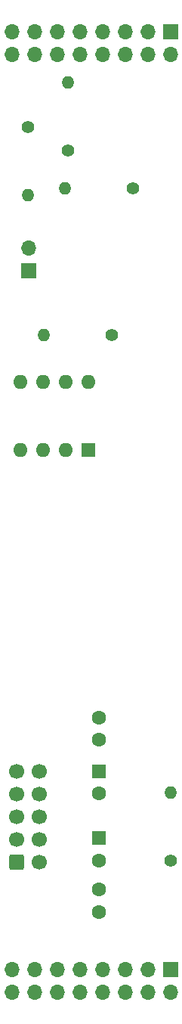
<source format=gbs>
%TF.GenerationSoftware,KiCad,Pcbnew,(6.0.1)*%
%TF.CreationDate,2022-10-08T16:56:29-04:00*%
%TF.ProjectId,SYNTH-MIXER4-01-DB,53594e54-482d-44d4-9958-4552342d3031,1*%
%TF.SameCoordinates,Original*%
%TF.FileFunction,Soldermask,Bot*%
%TF.FilePolarity,Negative*%
%FSLAX46Y46*%
G04 Gerber Fmt 4.6, Leading zero omitted, Abs format (unit mm)*
G04 Created by KiCad (PCBNEW (6.0.1)) date 2022-10-08 16:56:29*
%MOMM*%
%LPD*%
G01*
G04 APERTURE LIST*
G04 Aperture macros list*
%AMRoundRect*
0 Rectangle with rounded corners*
0 $1 Rounding radius*
0 $2 $3 $4 $5 $6 $7 $8 $9 X,Y pos of 4 corners*
0 Add a 4 corners polygon primitive as box body*
4,1,4,$2,$3,$4,$5,$6,$7,$8,$9,$2,$3,0*
0 Add four circle primitives for the rounded corners*
1,1,$1+$1,$2,$3*
1,1,$1+$1,$4,$5*
1,1,$1+$1,$6,$7*
1,1,$1+$1,$8,$9*
0 Add four rect primitives between the rounded corners*
20,1,$1+$1,$2,$3,$4,$5,0*
20,1,$1+$1,$4,$5,$6,$7,0*
20,1,$1+$1,$6,$7,$8,$9,0*
20,1,$1+$1,$8,$9,$2,$3,0*%
G04 Aperture macros list end*
%ADD10O,1.400000X1.400000*%
%ADD11C,1.400000*%
%ADD12R,1.700000X1.700000*%
%ADD13O,1.700000X1.700000*%
%ADD14RoundRect,0.250000X-0.600000X-0.600000X0.600000X-0.600000X0.600000X0.600000X-0.600000X0.600000X0*%
%ADD15C,1.700000*%
%ADD16R,1.600000X1.600000*%
%ADD17C,1.600000*%
%ADD18O,1.600000X1.600000*%
G04 APERTURE END LIST*
D10*
%TO.C,R1*%
X12500000Y-16190000D03*
D11*
X12500000Y-23810000D03*
%TD*%
%TO.C,R3*%
X19810000Y-28000000D03*
D10*
X12190000Y-28000000D03*
%TD*%
D11*
%TO.C,R4*%
X17373600Y-44475400D03*
D10*
X9753600Y-44475400D03*
%TD*%
D11*
%TO.C,R5*%
X24000000Y-103310000D03*
D10*
X24000000Y-95690000D03*
%TD*%
D11*
%TO.C,R2*%
X7999999Y-21190001D03*
D10*
X7999999Y-28810001D03*
%TD*%
D12*
%TO.C,J11*%
X24000000Y-115460000D03*
D13*
X24000000Y-118000000D03*
X21460000Y-115460000D03*
X21460000Y-118000000D03*
X18920000Y-115460000D03*
X18920000Y-118000000D03*
X16380000Y-115460000D03*
X16380000Y-118000000D03*
X13840000Y-115460000D03*
X13840000Y-118000000D03*
X11300000Y-115460000D03*
X11300000Y-118000000D03*
X8760000Y-115460000D03*
X8760000Y-118000000D03*
X6220000Y-115460000D03*
X6220000Y-118000000D03*
%TD*%
D12*
%TO.C,J10*%
X24000000Y-10500000D03*
D13*
X24000000Y-13040000D03*
X21460000Y-10500000D03*
X21460000Y-13040000D03*
X18920000Y-10500000D03*
X18920000Y-13040000D03*
X16380000Y-10500000D03*
X16380000Y-13040000D03*
X13840000Y-10500000D03*
X13840000Y-13040000D03*
X11300000Y-10500000D03*
X11300000Y-13040000D03*
X8760000Y-10500000D03*
X8760000Y-13040000D03*
X6220000Y-10500000D03*
X6220000Y-13040000D03*
%TD*%
D12*
%TO.C,J1*%
X8125000Y-37275000D03*
D13*
X8125000Y-34735000D03*
%TD*%
D14*
%TO.C,J8*%
X6747500Y-103500000D03*
D15*
X9287500Y-103500000D03*
X6747500Y-100960000D03*
X9287500Y-100960000D03*
X6747500Y-98420000D03*
X9287500Y-98420000D03*
X6747500Y-95880000D03*
X9287500Y-95880000D03*
X6747500Y-93340000D03*
X9287500Y-93340000D03*
%TD*%
D16*
%TO.C,C3*%
X16000000Y-93294888D03*
D17*
X16000000Y-95794888D03*
%TD*%
D16*
%TO.C,U1*%
X14800000Y-57300000D03*
D18*
X12260000Y-57300000D03*
X9720000Y-57300000D03*
X7180000Y-57300000D03*
X7180000Y-49680000D03*
X9720000Y-49680000D03*
X12260000Y-49680000D03*
X14800000Y-49680000D03*
%TD*%
D17*
%TO.C,C1*%
X16000000Y-89750000D03*
X16000000Y-87250000D03*
%TD*%
%TO.C,C2*%
X15951200Y-109047600D03*
X15951200Y-106547600D03*
%TD*%
D16*
%TO.C,C4*%
X16000000Y-100794888D03*
D17*
X16000000Y-103294888D03*
%TD*%
M02*

</source>
